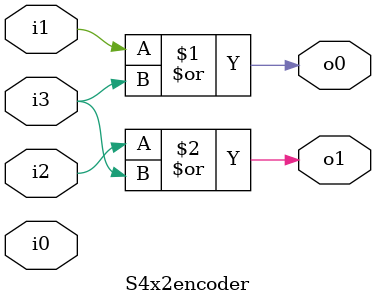
<source format=v>
`timescale 1ns / 1ps
module S4x2encoder(o0,o1,i0,i1,i2,i3
    );
input i0,i1,i2,i3;
output o0,o1;
wire o0,o1;
or (o0,i1,i3);
or (o1,i2,i3);
endmodule


/*
module S4x2encoder(o,i
    );
input [3:0]i;
output[1:0]o;
wire  [1:0]o;
or (o[0],i[1],i[3]);
or (o[1],i[2],i[3]);
endmodule
*/


</source>
